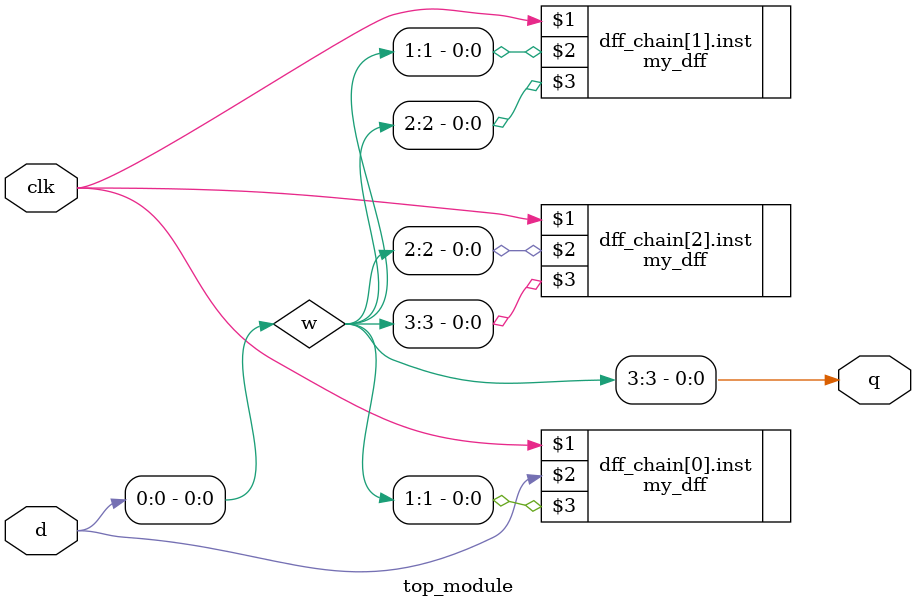
<source format=v>
module top_module ( input clk, input d, output q );
// Solution using generate for loop instead
    wire [3:0] w;
    genvar i;
    assign w[0]=d;
    generate
        for (i = 0; i < 3; i = i + 1) begin : dff_chain // Must name as something
            my_dff inst (clk, w[i], w[i+1]);
        end
    endgenerate
    assign q = w[3];
endmodule
</source>
